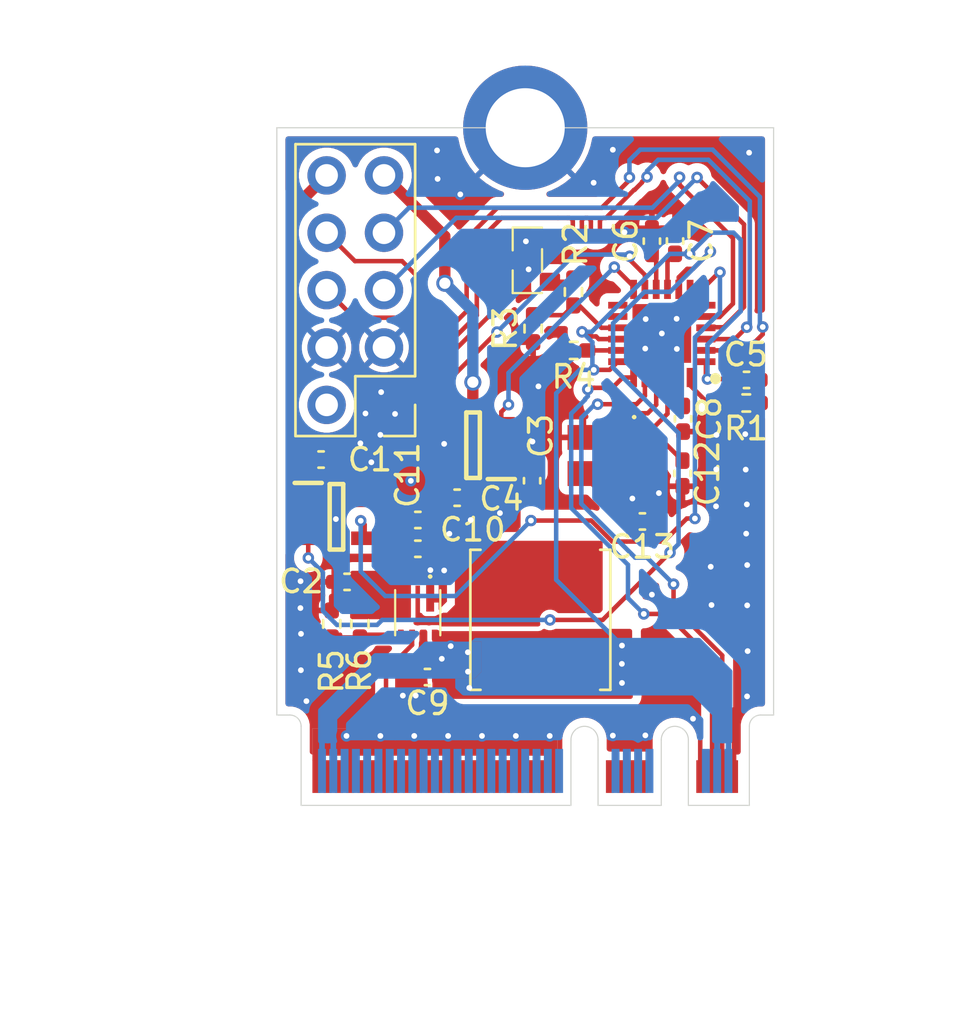
<source format=kicad_pcb>
(kicad_pcb (version 20241229) (generator "pcbnew") (generator_version "9.0")
  (layers (0 "F.Cu" signal) (2 "B.Cu" signal) (13 "F.Paste" user) (15 "B.Paste" user) (5 "F.SilkS" user "F.Silkscreen") (7 "B.SilkS" user "B.Silkscreen") (1 "F.Mask" user) (3 "B.Mask" user) (25 "Edge.Cuts" user))
  (net 0 "")
  (net 1 "VBUS_OUT_1")
  (net 2 "GND")
  (net 3 "+5V")
  (net 4 "VBUS_OUT_2")
  (net 5 "+3.3V")
  (net 6 "Net-(IC1-CRFILT)")
  (net 7 "Net-(IC1-PLLFILT)")
  (net 8 "XTAL1")
  (net 9 "XTAL2")
  (net 10 "Net-(IC1-SUSP_IND{slash}LOCAL_PWR{slash}(NON_REM0))")
  (net 11 "OC2")
  (net 12 "USB_D_UP+")
  (net 13 "USB_D_DN1+")
  (net 14 "Reset")
  (net 15 "USB_D_DN2+")
  (net 17 "USB_D_DN1-")
  (net 18 "USB_D_UP-")
  (net 20 "USB_D_DN2-")
  (net 22 "Net-(IC1-RBIAS)")
  (net 23 "Port2_EN")
  (net 24 "OC1")
  (net 25 "Port1_EN")
  (net 69 "Net-(PS1-SW)")
  (net 70 "Net-(PS1-FB)")
  (net 71 "Net-(U1-~Reset)")
  (footprint "Component Library:SOT95P280X145-5N" (layer "F.Cu") (at 146.515 85.66)
    (property "Reference" "IC2")
    (property "Value" "TPS2041CDBVT" (hide yes))
  )
  (footprint "Capacitor_SMD:C_0402_1005Metric_Pad0.74x0.62mm_HandSolder" (layer "F.Cu") (at 150.12 87.075 180)
    (property "Reference" "C10")
    (property "Value" "10uF")
  )
  (footprint "Inductor_SMD:L_Bourns_SRN6045TA" (layer "F.Cu") (at 155.545 90.22 90)
    (property "Reference" "L1")
    (property "Value" "1uH")
  )
  (footprint "Capacitor_SMD:C_0402_1005Metric_Pad0.74x0.62mm_HandSolder" (layer "F.Cu") (at 160.065 85.865)
    (property "Reference" "C13")
    (property "Value" "C_Small")
  )
  (footprint "Capacitor_SMD:C_0402_1005Metric_Pad0.74x0.62mm_HandSolder" (layer "F.Cu") (at 150.12 85.8 180)
    (property "Reference" "C11")
    (property "Value" "10uF")
  )
  (footprint "Resistor_SMD:R_0402_1005Metric_Pad0.72x0.64mm_HandSolder" (layer "F.Cu") (at 164.665 80.62)
    (property "Reference" "R1")
    (property "Value" "12kΩ")
  )
  (footprint "Resistor_SMD:R_0402_1005Metric_Pad0.72x0.64mm_HandSolder" (layer "F.Cu") (at 146.305 90.4025 90)
    (property "Reference" "R5")
    (property "Value" "100kΩ")
  )
  (footprint "Capacitor_SMD:C_0402_1005Metric_Pad0.74x0.62mm_HandSolder" (layer "F.Cu") (at 150.545 92.755 180)
    (property "Reference" "C9")
    (property "Value" "2.2uF")
  )
  (footprint "Component Library:TPS61022RWUR" (layer "F.Cu") (at 150.115 89.905 -90)
    (property "Reference" "PS1")
    (property "Value" "TPS61022RWUR" (hide yes))
  )
  (footprint "Component Library:USB 2.0 Front Header" (layer "F.Cu") (at 148.62 80.705 180)
    (property "Reference" "J2")
    (property "Value" "Conn_2Rows-09Pins")
  )
  (footprint "Component Library:NGFF_A+E" (layer "F.Cu") (at 154.875 98.435)
    (property "Reference" "J1")
    (property "Value" "M.2 Slot")
    (fp_line (start -11 -4) (end -10.425 -4) (stroke (width 0.05)) (layer "Edge.Cuts"))
    (fp_line (start -9.925 -3.5) (end -9.925 0) (stroke (width 0.05)) (layer "Edge.Cuts"))
    (fp_line (start -9.925 0) (end 2.025 0) (stroke (width 0.05)) (layer "Edge.Cuts"))
    (fp_line (start 2.025 0) (end 2.025 -2.9) (stroke (width 0.05)) (layer "Edge.Cuts"))
    (fp_line (start 3.225 -2.9) (end 3.225 0) (stroke (width 0.05)) (layer "Edge.Cuts"))
    (fp_line (start 3.225 0) (end 6.025 0) (stroke (width 0.05)) (layer "Edge.Cuts"))
    (fp_line (start 6.025 0) (end 6.025 -2.9) (stroke (width 0.05)) (layer "Edge.Cuts"))
    (fp_line (start 7.225 -2.9) (end 7.225 0) (stroke (width 0.05)) (layer "Edge.Cuts"))
    (fp_line (start 7.225 0) (end 9.925 0) (stroke (width 0.05)) (layer "Edge.Cuts"))
    (fp_line (start 9.925 0) (end 9.925 -3.5) (stroke (width 0.05)) (layer "Edge.Cuts"))
    (fp_line (start 10.425 -4) (end 11 -4) (stroke (width 0.05)) (layer "Edge.Cuts"))
    (fp_arc (start -10.425 -4) (mid -10.071447 -3.853553) (end -9.925 -3.5) (stroke (width 0.05)) (layer "Edge.Cuts"))
    (fp_arc (start 2.025 -2.9) (mid 2.625 -3.5) (end 3.225 -2.9) (stroke (width 0.05)) (layer "Edge.Cuts"))
    (fp_arc (start 6.025 -2.9) (mid 6.625 -3.5) (end 7.225 -2.9) (stroke (width 0.05)) (layer "Edge.Cuts"))
    (fp_arc (start 9.925 -3.5) (mid 10.071447 -3.853553) (end 10.425 -4) (stroke (width 0.05)) (layer "Edge.Cuts"))
  )
  (footprint "Capacitor_SMD:C_0402_1005Metric_Pad0.74x0.62mm_HandSolder" (layer "F.Cu") (at 160.485 73.455 90)
    (property "Reference" "C6")
    (property "Value" "1uF")
  )
  (footprint "Capacitor_SMD:C_0402_1005Metric_Pad0.74x0.62mm_HandSolder" (layer "F.Cu") (at 155.18 84.0625 90)
    (property "Reference" "C3")
    (property "Value" "10uF")
  )
  (footprint "Resistor_SMD:R_0402_1005Metric_Pad0.72x0.64mm_HandSolder" (layer "F.Cu") (at 157.01 75.705 -90)
    (property "Reference" "R2")
    (property "Value" "100kΩ")
  )
  (footprint "Capacitor_SMD:C_0402_1005Metric_Pad0.74x0.62mm_HandSolder" (layer "F.Cu") (at 161.84 83.74 90)
    (property "Reference" "C12")
    (property "Value" "C_Small")
  )
  (footprint "Resistor_SMD:R_0402_1005Metric_Pad0.72x0.64mm_HandSolder" (layer "F.Cu") (at 157.0225 78.295 180)
    (property "Reference" "R4")
    (property "Value" "100kΩ")
  )
  (footprint "Resistor_SMD:R_0402_1005Metric_Pad0.72x0.64mm_HandSolder" (layer "F.Cu") (at 155.225 77.33 -90)
    (property "Reference" "R3")
    (property "Value" "100kΩ")
  )
  (footprint "Component Library:APX809-SR" (layer "F.Cu") (at 154.97 74.305 180)
    (property "Reference" "U1")
    (property "Value" "APX809-46SRG-7")
  )
  (footprint "Capacitor_SMD:C_0402_1005Metric_Pad0.74x0.62mm_HandSolder" (layer "F.Cu") (at 161.51 73.45 -90)
    (property "Reference" "C7")
    (property "Value" "1uF")
  )
  (footprint "Component Library:RH10010000105050TR" (layer "F.Cu") (at 158.55 82.945 180)
    (property "Reference" "Y1")
    (property "Value" "RH100-24.000-9-1015-EXT-TR" (hide yes))
  )
  (footprint "Resistor_SMD:R_0402_1005Metric_Pad0.72x0.64mm_HandSolder" (layer "F.Cu") (at 147.555 90.4025 -90)
    (property "Reference" "R6")
    (property "Value" "732kΩ")
  )
  (footprint "Capacitor_SMD:C_0402_1005Metric_Pad0.74x0.62mm_HandSolder" (layer "F.Cu") (at 161.865 81.32 -90)
    (property "Reference" "C8")
    (property "Value" "100nF")
  )
  (footprint "Component Library:SOT95P280X145-5N" (layer "F.Cu") (at 152.565 82.49 180)
    (property "Reference" "IC3")
    (property "Value" "TPS2041CDBVT" (hide yes))
  )
  (footprint "Component Library:m.2 edge mount hole" (layer "F.Cu") (at 154.875 68.435)
    (property "Reference" "H1")
    (property "Value" "MountingHole_Pad")
  )
  (footprint "Capacitor_SMD:C_0402_1005Metric_Pad0.74x0.62mm_HandSolder" (layer "F.Cu") (at 146.985 88.54 180)
    (property "Reference" "C2")
    (property "Value" "100nF")
  )
  (footprint "Component Library:QFN50P400X400X100-25N-D" (layer "F.Cu") (at 160.925 77.5425 180)
    (property "Reference" "IC1")
    (property "Value" "USB2422T_MJ" (hide yes))
  )
  (footprint "Capacitor_SMD:C_0402_1005Metric_Pad0.74x0.62mm_HandSolder" (layer "F.Cu") (at 151.86 84.815)
    (property "Reference" "C4")
    (property "Value" "100nF")
  )
  (footprint "Capacitor_SMD:C_0402_1005Metric_Pad0.74x0.62mm_HandSolder" (layer "F.Cu") (at 164.675 79.6 180)
    (property "Reference" "C5")
    (property "Value" "100nF")
  )
  (footprint "Capacitor_SMD:C_0402_1005Metric_Pad0.74x0.62mm_HandSolder" (layer "F.Cu") (at 145.835 83.125 180)
    (property "Reference" "C1")
    (property "Value" "10uF")
  )
  (gr_line (start 165.875 68.435) (end 143.875 68.435) (stroke (width 0.05)) (layer "Edge.Cuts"))
  (gr_line (start 143.875 68.435) (end 143.875 94.435) (stroke (width 0.05)) (layer "Edge.Cuts"))
  (gr_line (start 165.875 94.435) (end 165.875 68.435) (stroke (width 0.05)) (layer "Edge.Cuts"))
  (segment (start 145.2675 82.6425) (end 144.59 81.965) (width 0.5) (layer "F.Cu") (net 1))
  (segment (start 145.2675 83.125) (end 145.2675 82.6425) (width 0.5) (layer "F.Cu") (net 1))
  (segment (start 145.265 84.71) (end 145.265 83.1275) (width 0.5) (layer "F.Cu") (net 1))
  (segment (start 144.59 81.965) (end 144.59 72.035) (width 0.5) (layer "F.Cu") (net 1))
  (segment (start 145.265 83.1275) (end 145.2675 83.125) (width 0.2) (layer "F.Cu") (net 1))
  (segment (start 144.59 72.035) (end 146.08 70.545) (width 0.5) (layer "F.Cu") (net 1))
  (segment (start 164.125 97.16) (end 164.125 94.185) (width 0.2) (layer "F.Cu") (net 2))
  (segment (start 164.125 94.185) (end 164.7 93.61) (width 0.2) (layer "F.Cu") (net 2))
  (segment (start 162.305788 94.599085) (end 162.539085 94.599085) (width 0.2) (layer "F.Cu") (net 2))
  (segment (start 162.625 94.685) (end 162.625 97.16) (width 0.2) (layer "F.Cu") (net 2))
  (segment (start 162.539085 94.599085) (end 162.625 94.685) (width 0.2) (layer "F.Cu") (net 2))
  (via (at 164.725 91.605) (size 0.508) (drill 0.254) (layers "F.Cu" "B.Cu") (net 2))
  (via (at 154.46 95.36) (size 0.508) (drill 0.254) (layers "F.Cu" "B.Cu") (net 2))
  (via (at 162.305788 94.599085) (size 0.508) (drill 0.254) (layers "F.Cu" "B.Cu") (net 2))
  (via (at 151.285 88.035) (size 0.508) (drill 0.254) (layers "F.Cu" "B.Cu") (net 2))
  (via (at 150.97 69.44) (size 0.508) (drill 0.254) (layers "F.Cu" "B.Cu") (net 2))
  (via (at 160.19 78.2125) (size 0.508) (drill 0.254) (layers "F.Cu" "B.Cu") (net 2))
  (via (at 163.09 87.87) (size 0.508) (drill 0.254) (layers "F.Cu" "B.Cu") (net 2))
  (via (at 152.46 85.8) (size 0.508) (drill 0.254) (layers "F.Cu" "B.Cu") (net 2))
  (via (at 148.06 83.245) (size 0.508) (drill 0.254) (layers "F.Cu" "B.Cu") (net 2))
  (via (at 161.58 76.8925) (size 0.508) (drill 0.254) (layers "F.Cu" "B.Cu") (net 2))
  (via (at 163.335 83.56) (size 0.508) (drill 0.254) (layers "F.Cu" "B.Cu") (net 2))
  (via (at 160.795 84.61) (size 0.508) (drill 0.254) (layers "F.Cu" "B.Cu") (net 2))
  (via (at 146.49 85.76) (size 0.508) (drill 0.254) (layers "F.Cu" "B.Cu") (net 2))
  (via (at 155.025 74.705) (size 0.508) (drill 0.254) (layers "F.Cu" "B.Cu") (net 2))
  (via (at 146.96 95.36) (size 0.508) (drill 0.254) (layers "F.Cu" "B.Cu") (net 2))
  (via (at 155.46 79.885) (size 0.508) (drill 0.254) (layers "F.Cu" "B.Cu") (net 2))
  (via (at 164.62 82) (size 0.508) (drill 0.254) (layers "F.Cu" "B.Cu") (net 2))
  (via (at 150.025 93.575) (size 0.508) (drill 0.254) (layers "F.Cu" "B.Cu") (net 2))
  (via (at 147.8 81.085) (size 0.508) (drill 0.254) (layers "F.Cu" "B.Cu") (net 2))
  (via (at 148.495 80.14) (size 0.508) (drill 0.254) (layers "F.Cu" "B.Cu") (net 2))
  (via (at 163.125 89.565) (size 0.508) (drill 0.254) (layers "F.Cu" "B.Cu") (net 2))
  (via (at 151.46 95.36) (size 0.508) (drill 0.254) (layers "F.Cu" "B.Cu") (net 2))
  (via (at 152 71.385) (size 0.508) (drill 0.254) (layers "F.Cu" "B.Cu") (net 2))
  (via (at 150.675 88.02) (size 0.508) (drill 0.254) (layers "F.Cu" "B.Cu") (net 2))
  (via (at 150.995 70.7) (size 0.508) (drill 0.254) (layers "F.Cu" "B.Cu") (net 2))
  (via (at 154.905 73.465) (size 0.508) (drill 0.254) (layers "F.Cu" "B.Cu") (net 2))
  (via (at 164.7 93.61) (size 0.508) (drill 0.254) (layers "F.Cu" "B.Cu") (net 2))
  (via (at 160.925 77.5425) (size 0.508) (drill 0.254) (layers "F.Cu" "B.Cu") (net 2))
  (via (at 160.485 89.105) (size 0.508) (drill 0.254) (layers "F.Cu" "B.Cu") (net 2))
  (via (at 164.79 69.54) (size 0.508) (drill 0.254) (layers "F.Cu" "B.Cu") (net 2))
  (via (at 148.46 82.03) (size 0.508) (drill 0.254) (layers "F.Cu" "B.Cu") (net 2))
  (via (at 149.455 93.575) (size 0.508) (drill 0.254) (layers "F.Cu" "B.Cu") (net 2))
  (via (at 151.515 86.41) (size 0.508) (drill 0.254) (layers "F.Cu" "B.Cu") (net 2))
  (via (at 158.755 95.345) (size 0.508) (drill 0.254) (layers "F.Cu" "B.Cu") (net 2))
  (via (at 155.195 82.33) (size 0.508) (drill 0.254) (layers "F.Cu" "B.Cu") (net 2))
  (via (at 144.945 90.84) (size 0.508) (drill 0.254) (layers "F.Cu" "B.Cu") (net 2))
  (via (at 151.285 82.43) (size 0.508) (drill 0.254) (layers "F.Cu" "B.Cu") (net 2))
  (via (at 160.195 95.335) (size 0.508) (drill 0.254) (layers "F.Cu" "B.Cu") (net 2))
  (via (at 144.92 89.7) (size 0.508) (drill 0.254) (layers "F.Cu" "B.Cu") (net 2))
  (via (at 160.21 76.9075) (size 0.508) (drill 0.254) (layers "F.Cu" "B.Cu") (net 2))
  (via (at 148.46 95.36) (size 0.508) (drill 0.254) (layers "F.Cu" "B.Cu") (net 2))
  (via (at 159.62 84.85) (size 0.508) (drill 0.254) (layers "F.Cu" "B.Cu") (net 2))
  (via (at 144.925 88.51) (size 0.508) (drill 0.254) (layers "F.Cu" "B.Cu") (net 2))
  (via (at 164.66 86.405) (size 0.508) (drill 0.254) (layers "F.Cu" "B.Cu") (net 2))
  (via (at 147.575 82.405) (size 0.508) (drill 0.254) (layers "F.Cu" "B.Cu") (net 2))
  (via (at 163.325 85.195) (size 0.508) (drill 0.254) (layers "F.Cu" "B.Cu") (net 2))
  (via (at 164.705 87.795) (size 0.508) (drill 0.254) (layers "F.Cu" "B.Cu") (net 2))
  (via (at 153.755 85.495) (size 0.508) (drill 0.254) (layers "F.Cu" "B.Cu") (net 2))
  (via (at 155.96 95.36) (size 0.508) (drill 0.254) (layers "F.Cu" "B.Cu") (net 2))
  (via (at 164.705 89.58) (size 0.508) (drill 0.254) (layers "F.Cu" "B.Cu") (net 2))
  (via (at 159.27 73.06) (size 0.508) (drill 0.254) (layers "F.Cu" "B.Cu") (net 2))
  (via (at 149.11 81.105) (size 0.508) (drill 0.254) (layers "F.Cu" "B.Cu") (net 2))
  (via (at 152.96 95.36) (size 0.508) (drill 0.254) (layers "F.Cu" "B.Cu") (net 2))
  (via (at 164.69 85.11) (size 0.508) (drill 0.254) (layers "F.Cu" "B.Cu") (net 2))
  (via (at 161.59 78.2275) (size 0.508) (drill 0.254) (layers "F.Cu" "B.Cu") (net 2))
  (via (at 157.905 70.87) (size 0.508) (drill 0.254) (layers "F.Cu" "B.Cu") (net 2))
  (via (at 164.64 83.57) (size 0.508) (drill 0.254) (layers "F.Cu" "B.Cu") (net 2))
  (via (at 144.94 92.45) (size 0.508) (drill 0.254) (layers "F.Cu" "B.Cu") (net 2))
  (via (at 145.185 93.82) (size 0.508) (drill 0.254) (layers "F.Cu" "B.Cu") (net 2))
  (via (at 163.345 82.035) (size 0.508) (drill 0.254) (layers "F.Cu" "B.Cu") (net 2))
  (via (at 158.755 69.41) (size 0.508) (drill 0.254) (layers "F.Cu" "B.Cu") (net 2))
  (via (at 149.96 95.36) (size 0.508) (drill 0.254) (layers "F.Cu" "B.Cu") (net 2))
  (segment (start 151.810298 78.23) (end 151.54 78.23) (width 0.2) (layer "F.Cu") (net 3))
  (segment (start 151.54 78.23) (end 149.81 79.96) (width 0.2) (layer "F.Cu") (net 3))
  (segment (start 153.97 74.305) (end 153.97 76.070298) (width 0.2) (layer "F.Cu") (net 3))
  (segment (start 153.97 76.070298) (end 151.810298 78.23) (width 0.2) (layer "F.Cu") (net 3))
  (segment (start 149.81 79.96) (end 149.81 84.065) (width 0.2) (layer "F.Cu") (net 3))
  (via (at 149.81 84.065) (size 0.508) (drill 0.254) (layers "F.Cu" "B.Cu") (net 3))
  (segment (start 151.315 75.32) (end 151.315 73.24) (width 0.5) (layer "F.Cu") (net 4))
  (segment (start 153.015 83.44) (end 153.815 83.44) (width 0.5) (layer "F.Cu") (net 4))
  (segment (start 155.125 83.44) (end 155.18 83.495) (width 0.2) (layer "F.Cu") (net 4))
  (segment (start 152.555 82.98) (end 153.015 83.44) (width 0.5) (layer "F.Cu") (net 4))
  (segment (start 153.815 83.44) (end 155.125 83.44) (width 0.5) (layer "F.Cu") (net 4))
  (segment (start 151.315 73.24) (end 148.62 70.545) (width 0.5) (layer "F.Cu") (net 4))
  (segment (start 152.555 79.7) (end 152.555 82.98) (width 0.5) (layer "F.Cu") (net 4))
  (via (at 152.555 79.7) (size 0.754) (drill 0.5) (layers "F.Cu" "B.Cu") (net 4))
  (via (at 151.315 75.32) (size 0.754) (drill 0.5) (layers "F.Cu" "B.Cu") (net 4))
  (segment (start 152.555 79.7) (end 152.555 76.56) (width 0.5) (layer "B.Cu") (net 4))
  (segment (start 152.555 76.56) (end 151.315 75.32) (width 0.5) (layer "B.Cu") (net 4))
  (segment (start 158.6125 79.155) (end 158.975 78.7925) (width 0.2) (layer "F.Cu") (net 5))
  (segment (start 157.39 77.47) (end 157.62 77.47) (width 0.2) (layer "F.Cu") (net 5))
  (segment (start 162.945 79.56) (end 164.0675 79.56) (width 0.2) (layer "F.Cu") (net 5))
  (segment (start 161.5125 74.02) (end 161.51 74.0175) (width 0.2) (layer "F.Cu") (net 5))
  (segment (start 148.71 93.75) (end 149.235 94.275) (width 0.2) (layer "F.Cu") (net 5))
  (segment (start 149.865 90.88) (end 149.865 91.332) (width 0.2) (layer "F.Cu") (net 5))
  (segment (start 162.155 74.02) (end 161.5125 74.02) (width 0.2) (layer "F.Cu") (net 5))
  (segment (start 157.62 77.47) (end 157.824 77.674) (width 0.2) (layer "F.Cu") (net 5))
  (segment (start 158.012886 77.674) (end 158.131386 77.7925) (width 0.2) (layer "F.Cu") (net 5))
  (segment (start 158.131386 77.7925) (end 158.975 77.7925) (width 0.2) (layer "F.Cu") (net 5))
  (segment (start 157.91 79.155) (end 158.6125 79.155) (width 0.2) (layer "F.Cu") (net 5))
  (segment (start 162.875 78.7925) (end 162.875 79.49) (width 0.2) (layer "F.Cu") (net 5))
  (segment (start 149.235 94.275) (end 150.435 94.275) (width 0.2) (layer "F.Cu") (net 5))
  (segment (start 161.175 74.3525) (end 161.51 74.0175) (width 0.2) (layer "F.Cu") (net 5))
  (segment (start 148.71 92.487) (end 148.71 93.75) (width 0.2) (layer "F.Cu") (net 5))
  (segment (start 151.1125 93.5975) (end 151.1125 92.755) (width 0.2) (layer "F.Cu") (net 5))
  (segment (start 161.175 75.5925) (end 161.175 74.3525) (width 0.2) (layer "F.Cu") (net 5))
  (segment (start 149.865 91.332) (end 148.71 92.487) (width 0.2) (layer "F.Cu") (net 5))
  (segment (start 164.0675 79.56) (end 164.1075 79.6) (width 0.2) (layer "F.Cu") (net 5))
  (segment (start 162.875 79.49) (end 162.945 79.56) (width 0.2) (layer "F.Cu") (net 5))
  (segment (start 150.435 94.275) (end 151.1125 93.5975) (width 0.2) (layer "F.Cu") (net 5))
  (segment (start 157.824 77.674) (end 158.012886 77.674) (width 0.2) (layer "F.Cu") (net 5))
  (via (at 157.39 77.47) (size 0.508) (drill 0.254) (layers "F.Cu" "B.Cu") (net 5))
  (via (at 159.16 93.015) (size 0.508) (drill 0.254) (layers "F.Cu" "B.Cu") (net 5))
  (via (at 152.335 91.655) (size 0.508) (drill 0.254) (layers "F.Cu" "B.Cu") (net 5))
  (via (at 151.575 91.385) (size 0.508) (drill 0.254) (layers "F.Cu" "B.Cu") (net 5))
  (via (at 162.945 79.56) (size 0.508) (drill 0.254) (layers "F.Cu" "B.Cu") (net 5))
  (via (at 159.16 91.36) (size 0.508) (drill 0.254) (layers "F.Cu" "B.Cu") (net 5))
  (via (at 152.34 92.515) (size 0.508) (drill 0.254) (layers "F.Cu" "B.Cu") (net 5))
  (via (at 152.397729 93.231701) (size 0.508) (drill 0.254) (layers "F.Cu" "B.Cu") (net 5))
  (via (at 151.18 91.945) (size 0.508) (drill 0.254) (layers "F.Cu" "B.Cu") (net 5))
  (via (at 159.155 92.17) (size 0.508) (drill 0.254) (layers "F.Cu" "B.Cu") (net 5))
  (via (at 162.155 74.02) (size 0.508) (drill 0.254) (layers "F.Cu" "B.Cu") (net 5))
  (via (at 157.91 79.155) (size 0.508) (drill 0.254) (layers "F.Cu" "B.Cu") (net 5))
  (segment (start 157.85 79.095) (end 157.91 79.155) (width 0.2) (layer "B.Cu") (net 5))
  (segment (start 162.155 74.02) (end 163.095 73.08) (width 0.2) (layer "B.Cu") (net 5))
  (segment (start 157.39 77.47) (end 157.85 77.93) (width 0.2) (layer "B.Cu") (net 5))
  (segment (start 164.1 73.08) (end 164.417999 73.397999) (width 0.2) (layer "B.Cu") (net 5))
  (segment (start 161.27 74.02) (end 162.155 74.02) (width 0.2) (layer "B.Cu") (net 5))
  (segment (start 164.417999 73.397999) (end 164.417999 76.562001) (width 0.2) (layer "B.Cu") (net 5))
  (segment (start 156.245 80.195) (end 157.285 79.155) (width 0.2) (layer "B.Cu") (net 5))
  (segment (start 163.095 73.08) (end 164.1 73.08) (width 0.2) (layer "B.Cu") (net 5))
  (segment (start 157.285 79.155) (end 157.91 79.155) (width 0.2) (layer "B.Cu") (net 5))
  (segment (start 159.16 91.36) (end 156.245 88.445) (width 0.2) (layer "B.Cu") (net 5))
  (segment (start 157.85 77.93) (end 157.85 79.095) (width 0.2) (layer "B.Cu") (net 5))
  (segment (start 157.39 77.47) (end 157.82 77.47) (width 0.2) (layer "B.Cu") (net 5))
  (segment (start 157.82 77.47) (end 161.27 74.02) (width 0.2) (layer "B.Cu") (net 5))
  (segment (start 162.945 78.035) (end 162.945 79.56) (width 0.2) (layer "B.Cu") (net 5))
  (segment (start 164.417999 76.562001) (end 162.945 78.035) (width 0.2) (layer "B.Cu") (net 5))
  (segment (start 156.245 88.445) (end 156.245 80.195) (width 0.2) (layer "B.Cu") (net 5))
  (segment (start 160.675 75.5925) (end 160.675 74.2125) (width 0.2) (layer "F.Cu") (net 6))
  (segment (start 160.675 74.2125) (end 160.485 74.0225) (width 0.2) (layer "F.Cu") (net 6))
  (segment (start 161.675 79.4925) (end 161.675 80.5625) (width 0.2) (layer "F.Cu") (net 7))
  (segment (start 161.675 80.5625) (end 161.865 80.7525) (width 0.2) (layer "F.Cu") (net 7))
  (segment (start 159.65 82.145) (end 160.125 82.145) (width 0.2) (layer "F.Cu") (net 8))
  (segment (start 160.8125 82.145) (end 161.84 83.1725) (width 0.2) (layer "F.Cu") (net 8))
  (segment (start 159.65 82.145) (end 160.8125 82.145) (width 0.2) (layer "F.Cu") (net 8))
  (segment (start 160.125 82.145) (end 161.175 81.095) (width 0.2) (layer "F.Cu") (net 8))
  (segment (start 161.175 81.095) (end 161.175 79.4925) (width 0.2) (layer "F.Cu") (net 8))
  (segment (start 157.45 83.8175) (end 159.4975 85.865) (width 0.2) (layer "F.Cu") (net 9))
  (segment (start 158.868 81.075) (end 158.56 81.383) (width 0.2) (layer "F.Cu") (net 9))
  (segment (start 160.675 79.4925) (end 160.675 80.7) (width 0.2) (layer "F.Cu") (net 9))
  (segment (start 158.56 82.887) (end 157.702 83.745) (width 0.2) (layer "F.Cu") (net 9))
  (segment (start 160.675 80.7) (end 160.3 81.075) (width 0.2) (layer "F.Cu") (net 9))
  (segment (start 158.56 81.383) (end 158.56 82.887) (width 0.2) (layer "F.Cu") (net 9))
  (segment (start 157.45 83.745) (end 157.45 83.8175) (width 0.2) (layer "F.Cu") (net 9))
  (segment (start 160.3 81.075) (end 158.868 81.075) (width 0.2) (layer "F.Cu") (net 9))
  (segment (start 157.702 83.745) (end 157.45 83.745) (width 0.2) (layer "F.Cu") (net 9))
  (segment (start 158.975 78.2925) (end 157.6225 78.2925) (width 0.2) (layer "F.Cu") (net 10))
  (segment (start 157.6225 78.2925) (end 157.62 78.295) (width 0.2) (layer "F.Cu") (net 10))
  (segment (start 153.815 81.54) (end 153.815 81.015) (width 0.2) (layer "F.Cu") (net 11))
  (segment (start 153.815 81.015) (end 154.135 80.695) (width 0.2) (layer "F.Cu") (net 11))
  (segment (start 159.675 75.5925) (end 159.675 75.46) (width 0.2) (layer "F.Cu") (net 11))
  (segment (start 159.675 75.46) (end 158.82 74.605) (width 0.2) (layer "F.Cu") (net 11))
  (via (at 154.135 80.695) (size 0.508) (drill 0.254) (layers "F.Cu" "B.Cu") (net 11))
  (via (at 158.82 74.605) (size 0.508) (drill 0.254) (layers "F.Cu" "B.Cu") (net 11))
  (segment (start 158.82 74.605) (end 154.135 79.29) (width 0.2) (layer "B.Cu") (net 11))
  (segment (start 154.135 79.29) (end 154.135 80.695) (width 0.2) (layer "B.Cu") (net 11))
  (segment (start 159.14 80.674) (end 158.081 80.674) (width 0.2) (layer "F.Cu") (net 12))
  (segment (start 163.6 91.796802) (end 161.444099 89.640901) (width 0.2) (layer "F.Cu") (net 12))
  (segment (start 163.625 96.072499) (end 163.6 96.047499) (width 0.2) (layer "F.Cu") (net 12))
  (segment (start 160.175 79.4925) (end 160.175 80.3) (width 0.2) (layer "F.Cu") (net 12))
  (segment (start 163.625 97.16) (end 163.625 96.072499) (width 0.2) (layer "F.Cu") (net 12))
  (segment (start 161.444099 89.640901) (end 161.444099 88.640901) (width 0.2) (layer "F.Cu") (net 12))
  (segment (start 160.175 80.3) (end 159.801 80.674) (width 0.2) (layer "F.Cu") (net 12))
  (segment (start 163.6 96.047499) (end 163.6 91.796802) (width 0.2) (layer "F.Cu") (net 12))
  (segment (start 159.801 80.674) (end 159.14 80.674) (width 0.2) (layer "F.Cu") (net 12))
  (via (at 158.081 80.674) (size 0.508) (drill 0.254) (layers "F.Cu" "B.Cu") (net 12))
  (via (at 161.444099 88.640901) (size 0.508) (drill 0.254) (layers "F.Cu" "B.Cu") (net 12))
  (segment (start 158.081 80.674) (end 157.963199 80.674) (width 0.2) (layer "B.Cu") (net 12))
  (segment (start 157.36 85.081802) (end 159.744099 87.465901) (width 0.2) (layer "B.Cu") (net 12))
  (segment (start 160.269099 87.465901) (end 161.444099 88.640901) (width 0.2) (layer "B.Cu") (net 12))
  (segment (start 157.963199 80.674) (end 157.36 81.277199) (width 0.2) (layer "B.Cu") (net 12))
  (segment (start 157.36 81.277199) (end 157.36 85.081802) (width 0.2) (layer "B.Cu") (net 12))
  (segment (start 159.744099 87.465901) (end 160.269099 87.465901) (width 0.2) (layer "B.Cu") (net 12))
  (segment (start 157.62304 72.43) (end 157.54304 72.43) (width 0.2) (layer "F.Cu") (net 13))
  (segment (start 164.1575 77.7925) (end 164.685 77.265) (width 0.2) (layer "F.Cu") (net 13))
  (segment (start 152.73 76.743198) (end 151.798198 77.675) (width 0.2) (layer "F.Cu") (net 13))
  (segment (start 147.3 76.845) (end 146.08 75.625) (width 0.2) (layer "F.Cu") (net 13))
  (segment (start 159.719889 71.185) (end 159.695 71.185) (width 0.2) (layer "F.Cu") (net 13))
  (segment (start 157.22304 73.35) (end 157.14304 73.35) (width 0.2) (layer "F.Cu") (net 13))
  (segment (start 156.74304 72.43) (end 156.325 72.43) (width 0.2) (layer "F.Cu") (net 13))
  (segment (start 158.02304 73.35) (end 157.94304 73.35) (width 0.2) (layer "F.Cu") (net 13))
  (segment (start 156.325 72.43) (end 153.828198 72.43) (width 0.2) (layer "F.Cu") (net 13))
  (segment (start 158.18304 72.59) (end 158.18304 73.19) (width 0.2) (layer "F.Cu") (net 13))
  (segment (start 158.45 72.43) (end 158.34304 72.43) (width 0.2) (layer "F.Cu") (net 13))
  (segment (start 160.045 70.835) (end 160.045 70.859889) (width 0.2) (layer "F.Cu") (net 13))
  (segment (start 152.73 73.528198) (end 152.73 76.743198) (width 0.2) (layer "F.Cu") (net 13))
  (segment (start 157.78304 73.19) (end 157.78304 72.59) (width 0.2) (layer "F.Cu") (net 13))
  (segment (start 156.82304 72.43) (end 156.74304 72.43) (width 0.2) (layer "F.Cu") (net 13))
  (segment (start 149.29 76.845) (end 147.3 76.845) (width 0.2) (layer "F.Cu") (net 13))
  (segment (start 156.98304 73.19) (end 156.98304 72.59) (width 0.2) (layer "F.Cu") (net 13))
  (segment (start 153.828198 72.43) (end 152.73 73.528198) (width 0.2) (layer "F.Cu") (net 13))
  (segment (start 151.798198 77.675) (end 150.12 77.675) (width 0.2) (layer "F.Cu") (net 13))
  (segment (start 159.695 71.185) (end 158.45 72.43) (width 0.2) (layer "F.Cu") (net 13))
  (segment (start 160.045 70.859889) (end 159.719889 71.185) (width 0.2) (layer "F.Cu") (net 13))
  (segment (start 157.38304 72.59) (end 157.38304 73.19) (width 0.2) (layer "F.Cu") (net 13))
  (segment (start 160.27 70.61) (end 160.045 70.835) (width 0.2) (layer "F.Cu") (net 13))
  (segment (start 150.12 77.675) (end 149.29 76.845) (width 0.2) (layer "F.Cu") (net 13))
  (segment (start 162.875 77.7925) (end 164.1575 77.7925) (width 0.2) (layer "F.Cu") (net 13))
  (via (at 164.685 77.265) (size 0.508) (drill 0.254) (layers "F.Cu" "B.Cu") (net 13))
  (via (at 160.27 70.61) (size 0.508) (drill 0.254) (layers "F.Cu" "B.Cu") (net 13))
  (arc (start 157.38304 73.19) (mid 157.336177 73.303137) (end 157.22304 73.35) (width 0.2) (layer "F.Cu") (net 13))
  (arc (start 158.18304 73.19) (mid 158.136177 73.303137) (end 158.02304 73.35) (width 0.2) (layer "F.Cu") (net 13))
  (arc (start 158.34304 72.43) (mid 158.229903 72.476863) (end 158.18304 72.59) (width 0.2) (layer "F.Cu") (net 13))
  (arc (start 157.94304 73.35) (mid 157.829903 73.303137) (end 157.78304 73.19) (width 0.2) (layer "F.Cu") (net 13))
  (arc (start 157.14304 73.35) (mid 157.029903 73.303137) (end 156.98304 73.19) (width 0.2) (layer "F.Cu") (net 13))
  (arc (start 157.54304 72.43) (mid 157.429903 72.476863) (end 157.38304 72.59) (width 0.2) (layer "F.Cu") (net 13))
  (arc (start 156.98304 72.59) (mid 156.936177 72.476863) (end 156.82304 72.43) (width 0.2) (layer "F.Cu") (net 13))
  (arc (start 157.78304 72.59) (mid 157.736177 72.476863) (end 157.62304 72.43) (width 0.2) (layer "F.Cu") (net 13))
  (segment (start 160.27 70.35) (end 160.27 70.61) (width 0.2) (layer "B.Cu") (net 13))
  (segment (start 164.685 77.265) (end 164.818999 77.131001) (width 0.2) (layer "B.Cu") (net 13))
  (segment (start 162.987619 69.855) (end 160.765 69.855) (width 0.2) (layer "B.Cu") (net 13))
  (segment (start 164.818999 71.68638) (end 162.987619 69.855) (width 0.2) (layer "B.Cu") (net 13))
  (segment (start 160.765 69.855) (end 160.27 70.35) (width 0.2) (layer "B.Cu") (net 13))
  (segment (start 164.818999 77.131001) (end 164.818999 71.68638) (width 0.2) (layer "B.Cu") (net 13))
  (segment (start 156.58 76.7325) (end 157.01 76.3025) (width 0.2) (layer "F.Cu") (net 14))
  (segment (start 155.225 76.7325) (end 156.58 76.7325) (width 0.2) (layer "F.Cu") (net 14))
  (segment (start 158.975 77.2925) (end 158.2525 77.2925) (width 0.2) (layer "F.Cu") (net 14))
  (segment (start 157.01 76.3025) (end 157.2625 76.3025) (width 0.2) (layer "F.Cu") (net 14))
  (segment (start 157.2625 76.3025) (end 158.2525 77.2925) (width 0.2) (layer "F.Cu") (net 14))
  (segment (start 161.709587 70.959587) (end 164.075 73.325) (width 0.2) (layer "F.Cu") (net 15))
  (segment (start 163.175 76.8175) (end 163.15 76.7925) (width 0.2) (layer "F.Cu") (net 15))
  (segment (start 164.075 73.325) (end 164.075 76.221802) (width 0.2) (layer "F.Cu") (net 15))
  (segment (start 163.15 76.7925) (end 162.875 76.7925) (width 0.2) (layer "F.Cu") (net 15))
  (segment (start 161.71 70.625) (end 161.709587 70.625413) (width 0.2) (layer "F.Cu") (net 15))
  (segment (start 163.479302 76.8175) (end 163.175 76.8175) (width 0.2) (layer "F.Cu") (net 15))
  (segment (start 161.709587 70.625413) (end 161.709587 70.959587) (width 0.2) (layer "F.Cu") (net 15))
  (segment (start 164.075 76.221802) (end 163.479302 76.8175) (width 0.2) (layer "F.Cu") (net 15))
  (via (at 161.71 70.625) (size 0.508) (drill 0.254) (layers "F.Cu" "B.Cu") (net 15))
  (segment (start 148.62 73.085) (end 149.73 71.975) (width 0.2) (layer "B.Cu") (net 15))
  (segment (start 161.71 70.625) (end 161.71 70.775915) (width 0.2) (layer "B.Cu") (net 15))
  (segment (start 160.510915 71.975) (end 152.276802 71.975) (width 0.2) (layer "B.Cu") (net 15))
  (segment (start 161.71 70.775915) (end 160.510915 71.975) (width 0.2) (layer "B.Cu") (net 15))
  (segment (start 149.73 71.975) (end 152.276802 71.975) (width 0.2) (layer "B.Cu") (net 15))
  (segment (start 147.335 74.34) (end 146.08 73.085) (width 0.2) (layer "F.Cu") (net 17))
  (segment (start 150.675 77.225) (end 150.055 76.605) (width 0.2) (layer "F.Cu") (net 17))
  (segment (start 159.49 70.63) (end 159.49 70.753603) (width 0.2) (layer "F.Cu") (net 17))
  (segment (start 152.28 76.556802) (end 151.611802 77.225) (width 0.2) (layer "F.Cu") (net 17))
  (segment (start 150.055 76.605) (end 150.055 74.975) (width 0.2) (layer "F.Cu") (net 17))
  (segment (start 159.49 70.753603) (end 158.263603 71.98) (width 0.2) (layer "F.Cu") (net 17))
  (segment (start 153.641802 71.98) (end 152.28 73.341802) (width 0.2) (layer "F.Cu") (net 17))
  (segment (start 165.393 77.577) (end 165.393 77.255) (width 0.2) (layer "F.Cu") (net 17))
  (segment (start 158.263603 71.98) (end 153.641802 71.98) (width 0.2) (layer "F.Cu") (net 17))
  (segment (start 149.42 74.34) (end 147.335 74.34) (width 0.2) (layer "F.Cu") (net 17))
  (segment (start 162.875 78.2925) (end 164.6775 78.2925) (width 0.2) (layer "F.Cu") (net 17))
  (segment (start 165.05 77.92) (end 165.393 77.577) (width 0.2) (layer "F.Cu") (net 17))
  (segment (start 151.611802 77.225) (end 150.675 77.225) (width 0.2) (layer "F.Cu") (net 17))
  (segment (start 150.055 74.975) (end 149.42 74.34) (width 0.2) (layer "F.Cu") (net 17))
  (segment (start 152.28 73.341802) (end 152.28 76.556802) (width 0.2) (layer "F.Cu") (net 17))
  (segment (start 164.6775 78.2925) (end 165.05 77.92) (width 0.2) (layer "F.Cu") (net 17))
  (via (at 165.393 77.255) (size 0.508) (drill 0.254) (layers "F.Cu" "B.Cu") (net 17))
  (via (at 159.49 70.63) (size 0.508) (drill 0.254) (layers "F.Cu" "B.Cu") (net 17))
  (segment (start 159.49 69.875) (end 159.49 70.63) (width 0.2) (layer "B.Cu") (net 17))
  (segment (start 163.174015 69.405) (end 159.965 69.405) (width 0.2) (layer "B.Cu") (net 17))
  (segment (start 159.965 69.405) (end 159.74 69.63) (width 0.2) (layer "B.Cu") (net 17))
  (segment (start 165.269001 71.499986) (end 163.174015 69.405) (width 0.2) (layer "B.Cu") (net 17))
  (segment (start 159.74 69.63) (end 159.735 69.63) (width 0.2) (layer "B.Cu") (net 17))
  (segment (start 165.393 77.255) (end 165.269001 77.131001) (width 0.2) (layer "B.Cu") (net 17))
  (segment (start 165.269001 77.131001) (end 165.269001 71.499986) (width 0.2) (layer "B.Cu") (net 17))
  (segment (start 159.735 69.63) (end 159.49 69.875) (width 0.2) (layer "B.Cu") (net 17))
  (segment (start 157.935 79.95) (end 157.715 79.95) (width 0.2) (layer "F.Cu") (net 18))
  (segment (start 163.15 91.983198) (end 161.125901 89.959099) (width 0.2) (layer "F.Cu") (net 18))
  (segment (start 159.1925 79.4925) (end 158.755 79.93) (width 0.2) (layer "F.Cu") (net 18))
  (segment (start 163.125 97.16) (end 163.125 96.072499) (width 0.2) (layer "F.Cu") (net 18))
  (segment (start 157.715 79.95) (end 157.645 80.02) (width 0.2) (layer "F.Cu") (net 18))
  (segment (start 158.755 79.93) (end 158.735 79.95) (width 0.2) (layer "F.Cu") (net 18))
  (segment (start 161.125901 89.959099) (end 160.125901 89.959099) (width 0.2) (layer "F.Cu") (net 18))
  (segment (start 159.675 79.4925) (end 159.1925 79.4925) (width 0.2) (layer "F.Cu") (net 18))
  (segment (start 163.15 96.047499) (end 163.15 91.983198) (width 0.2) (layer "F.Cu") (net 18))
  (segment (start 158.735 79.95) (end 157.935 79.95) (width 0.2) (layer "F.Cu") (net 18))
  (segment (start 163.125 96.072499) (end 163.15 96.047499) (width 0.2) (layer "F.Cu") (net 18))
  (via (at 157.645 80.02) (size 0.508) (drill 0.254) (layers "F.Cu" "B.Cu") (net 18))
  (via (at 160.125901 89.959099) (size 0.508) (drill 0.254) (layers "F.Cu" "B.Cu") (net 18))
  (segment (start 157.645 80.02) (end 157.645 80.325111) (width 0.2) (layer "B.Cu") (net 18))
  (segment (start 157.645 80.325111) (end 157.526 80.444111) (width 0.2) (layer "B.Cu") (net 18))
  (segment (start 159.425901 89.259099) (end 160.125901 89.959099) (width 0.2) (layer "B.Cu") (net 18))
  (segment (start 156.91 81.090801) (end 156.91 85.268198) (width 0.2) (layer "B.Cu") (net 18))
  (segment (start 157.526 80.474801) (end 156.91 81.090801) (width 0.2) (layer "B.Cu") (net 18))
  (segment (start 157.526 80.444111) (end 157.526 80.474801) (width 0.2) (layer "B.Cu") (net 18))
  (segment (start 156.91 85.268198) (end 159.425901 87.784099) (width 0.2) (layer "B.Cu") (net 18))
  (segment (start 159.425901 87.784099) (end 159.425901 89.259099) (width 0.2) (layer "B.Cu") (net 18))
  (segment (start 164.565 76.368198) (end 163.665698 77.2675) (width 0.2) (layer "F.Cu") (net 20))
  (segment (start 163.665698 77.2675) (end 163.175 77.2675) (width 0.2) (layer "F.Cu") (net 20))
  (segment (start 163.175 77.2675) (end 163.15 77.2925) (width 0.2) (layer "F.Cu") (net 20))
  (segment (start 162.486156 70.636156) (end 164.565 72.715) (width 0.2) (layer "F.Cu") (net 20))
  (segment (start 164.565 72.715) (end 164.565 76.368198) (width 0.2) (layer "F.Cu") (net 20))
  (segment (start 163.15 77.2925) (end 162.875 77.2925) (width 0.2) (layer "F.Cu") (net 20))
  (via (at 162.486156 70.636156) (size 0.508) (drill 0.254) (layers "F.Cu" "B.Cu") (net 20))
  (segment (start 160.697312 72.425) (end 152.463198 72.425) (width 0.2) (layer "B.Cu") (net 20))
  (segment (start 148.62 75.625) (end 151.82 72.425) (width 0.2) (layer "B.Cu") (net 20))
  (segment (start 151.82 72.425) (end 152.463198 72.425) (width 0.2) (layer "B.Cu") (net 20))
  (segment (start 162.486156 70.636156) (end 160.697312 72.425) (width 0.2) (layer "B.Cu") (net 20))
  (segment (start 162.955 80.615) (end 162.175 79.835) (width 0.2) (layer "F.Cu") (net 22))
  (segment (start 162.175 79.835) (end 162.175 79.4925) (width 0.2) (layer "F.Cu") (net 22))
  (segment (start 163.9975 80.615) (end 162.955 80.615) (width 0.2) (layer "F.Cu") (net 22))
  (segment (start 151.315 79.79) (end 153.625 77.48) (width 0.2) (layer "F.Cu") (net 23))
  (segment (start 160.175 75.5925) (end 160.175 74.95) (width 0.2) (layer "F.Cu") (net 23))
  (segment (start 153.625 77.48) (end 153.515 77.59) (width 0.2) (layer "F.Cu") (net 23))
  (segment (start 159.5 74.275) (end 159.5 74.125) (width 0.2) (layer "F.Cu") (net 23))
  (segment (start 159.995 74.77) (end 159.5 74.275) (width 0.2) (layer "F.Cu") (net 23))
  (segment (start 160.175 74.95) (end 159.995 74.77) (width 0.2) (layer "F.Cu") (net 23))
  (segment (start 151.315 81.54) (end 151.315 79.79) (width 0.2) (layer "F.Cu") (net 23))
  (via (at 153.625 77.48) (size 0.508) (drill 0.254) (layers "F.Cu" "B.Cu") (net 23))
  (via (at 159.5 74.125) (size 0.508) (drill 0.254) (layers "F.Cu" "B.Cu") (net 23))
  (segment (start 153.625 77.48) (end 157.055 74.05) (width 0.2) (layer "B.Cu") (net 23))
  (segment (start 157.055 74.05) (end 159.425 74.05) (width 0.2) (layer "B.Cu") (net 23))
  (segment (start 159.425 74.05) (end 159.5 74.125) (width 0.2) (layer "B.Cu") (net 23))
  (segment (start 161.2875 87.2425) (end 158.305 90.225) (width 0.2) (layer "F.Cu") (net 24))
  (segment (start 145.265 86.61) (end 145.265 87.475) (width 0.2) (layer "F.Cu") (net 24))
  (segment (start 161.675 75.055) (end 162.045 74.685) (width 0.2) (layer "F.Cu") (net 24))
  (segment (start 158.305 90.225) (end 155.97 90.225) (width 0.2) (layer "F.Cu") (net 24))
  (segment (start 162.045 74.685) (end 162.305 74.685) (width 0.2) (layer "F.Cu") (net 24))
  (segment (start 162.305 74.685) (end 163.075 73.915) (width 0.2) (layer "F.Cu") (net 24))
  (segment (start 161.675 75.5925) (end 161.675 75.055) (width 0.2) (layer "F.Cu") (net 24))
  (segment (start 145.265 87.475) (end 145.27 87.48) (width 0.2) (layer "F.Cu") (net 24))
  (via (at 145.27 87.48) (size 0.508) (drill 0.254) (layers "F.Cu" "B.Cu") (net 24))
  (via (at 161.2875 87.2425) (size 0.508) (drill 0.254) (layers "F.Cu" "B.Cu") (net 24))
  (via (at 155.97 90.225) (size 0.508) (drill 0.254) (layers "F.Cu" "B.Cu") (net 24))
  (via (at 163.075 73.915) (size 0.508) (drill 0.254) (layers "F.Cu" "B.Cu") (net 24))
  (segment (start 160.1571 75.7) (end 161.29 75.7) (width 0.2) (layer "B.Cu") (net 24))
  (segment (start 158.765 79.055) (end 158.765 77.0921) (width 0.2) (layer "B.Cu") (net 24))
  (segment (start 151.585 90.225) (end 155.97 90.225) (width 0.2) (layer "B.Cu") (net 24))
  (segment (start 146.535 90.445) (end 148.32 90.445) (width 0.2) (layer "B.Cu") (net 24))
  (segment (start 161.2875 87.2425) (end 161.665 86.865) (width 0.2) (layer "B.Cu") (net 24))
  (segment (start 145.915 88.125) (end 145.915 89.825) (width 0.2) (layer "B.Cu") (net 24))
  (segment (start 161.29 75.7) (end 163.075 73.915) (width 0.2) (layer "B.Cu") (net 24))
  (segment (start 145.27 87.48) (end 145.915 88.125) (width 0.2) (layer "B.Cu") (net 24))
  (segment (start 145.915 89.825) (end 146.535 90.445) (width 0.2) (layer "B.Cu") (net 24))
  (segment (start 148.32 90.445) (end 148.54 90.225) (width 0.2) (layer "B.Cu") (net 24))
  (segment (start 148.54 90.225) (end 151.585 90.225) (width 0.2) (layer "B.Cu") (net 24))
  (segment (start 161.665 81.955) (end 158.765 79.055) (width 0.2) (layer "B.Cu") (net 24))
  (segment (start 158.765 77.0921) (end 160.1571 75.7) (width 0.2) (layer "B.Cu") (net 24))
  (segment (start 161.665 86.865) (end 161.665 81.955) (width 0.2) (layer "B.Cu") (net 24))
  (segment (start 147.765 86.01) (end 147.59 85.835) (width 0.2) (layer "F.Cu") (net 25))
  (segment (start 147.765 86.61) (end 147.765 86.01) (width 0.2) (layer "F.Cu") (net 25))
  (segment (start 157.795 85.825) (end 155.13 85.825) (width 0.2) (layer "F.Cu") (net 25))
  (segment (start 158.725 86.755) (end 157.87 85.9) (width 0.2) (layer "F.Cu") (net 25))
  (segment (start 159.375 86.755) (end 158.725 86.755) (width 0.2) (layer "F.Cu") (net 25))
  (segment (start 161.01 86.755) (end 159.375 86.755) (width 0.2) (layer "F.Cu") (net 25))
  (segment (start 163.499 74.834064) (end 163.460936 74.834064) (width 0.2) (layer "F.Cu") (net 25))
  (segment (start 162.03 85.735) (end 161.04 86.725) (width 0.2) (layer "F.Cu") (net 25))
  (segment (start 163.460936 74.834064) (end 162.7025 75.5925) (width 0.2) (layer "F.Cu") (net 25))
  (segment (start 162.7025 75.5925) (end 162.175 75.5925) (width 0.2) (layer "F.Cu") (net 25))
  (segment (start 162.39 85.735) (end 162.03 85.735) (width 0.2) (layer "F.Cu") (net 25))
  (segment (start 157.87 85.9) (end 157.795 85.825) (width 0.2) (layer "F.Cu") (net 25))
  (segment (start 161.04 86.725) (end 161.01 86.755) (width 0.2) (layer "F.Cu") (net 25))
  (segment (start 162.175 75.5925) (end 162.175 75.5) (width 0.2) (layer "F.Cu") (net 25))
  (via (at 155.13 85.825) (size 0.508) (drill 0.254) (layers "F.Cu" "B.Cu") (net 25))
  (via (at 163.499 74.834064) (size 0.508) (drill 0.254) (layers "F.Cu" "B.Cu") (net 25))
  (via (at 147.59 85.835) (size 0.508) (drill 0.254) (layers "F.Cu" "B.Cu") (net 25))
  (via (at 162.39 85.735) (size 0.508) (drill 0.254) (layers "F.Cu" "B.Cu") (net 25))
  (segment (start 162.39 77.72) (end 163.499 76.611) (width 0.2) (layer "B.Cu") (net 25))
  (segment (start 151.79 89.165) (end 155.13 85.825) (width 0.2) (layer "B.Cu") (net 25))
  (segment (start 163.499 76.611) (end 163.499 74.834064) (width 0.2) (layer "B.Cu") (net 25))
  (segment (start 147.59 85.835) (end 147.59 88.08) (width 0.2) (layer "B.Cu") (net 25))
  (segment (start 147.59 88.08) (end 148.675 89.165) (width 0.2) (layer "B.Cu") (net 25))
  (segment (start 162.39 85.735) (end 162.39 77.72) (width 0.2) (layer "B.Cu") (net 25))
  (segment (start 148.675 89.165) (end 151.79 89.165) (width 0.2) (layer "B.Cu") (net 25))
  (segment (start 146.305 91) (end 147.555 91) (width 0.2) (layer "F.Cu") (net 70))
  (segment (start 146.675 90.88) (end 146.555 91) (width 0.2) (layer "F.Cu") (net 70))
  (segment (start 149.365 90.88) (end 147.675 90.88) (width 0.2) (layer "F.Cu") (net 70))
  (segment (start 156.8625 75.255) (end 157.01 75.1075) (width 0.2) (layer "F.Cu") (net 71))
  (segment (start 155.97 75.255) (end 156.8625 75.255) (width 0.2) (layer "F.Cu") (net 71))
  (segment (start 157.01 75.1075) (end 156.9975 75.1075) (width 0.2) (layer "F.Cu") (net 71))
  (zone (net 2) (net_name "GND") (layer "F.Cu") (priority 5) (connect_pads yes (clearance 0.2)) (min_thickness 0.2) (fill yes (thermal_gap 0.25) (thermal_bridge_width 0.25))
    (polygon (pts (xy 145.45 95.03) (xy 156.29 95.03) (xy 156.3 95.04) (xy 156.3 96.5475) (xy 145.55 96.5475) (xy 145.45 96.4475)))
  )
  (zone (net 3) (net_name "+5V") (layer "F.Cu") (priority 7) (connect_pads yes (clearance 0.15)) (min_thickness 0.2) (fill yes (thermal_gap 0.25) (thermal_bridge_width 0.25))
    (polygon (pts (xy 147.12 90.195) (xy 149.85 90.195) (xy 149.85 88.275) (xy 150.12 88.005) (xy 150.12 85.345) (xy 150.32 85.145) (xy 151.71 85.145) (xy 151.94 84.915) (xy 151.94 83.11) (xy 151.94 83.11) (xy 149.535 83.11) (xy 148.575 84.07) (xy 147.225 84.07) (xy 146.965 84.33) (xy 146.965 85.205) (xy 146.99 85.23) (xy 148.125 85.23) (xy 148.775 85.88) (xy 148.775 87.605) (xy 148.33 88.05) (xy 147.12 88.05)))
  )
  (zone (net 2) (net_name "GND") (layer "F.Cu") (priority 8) (connect_pads (clearance 0.15)) (min_thickness 0.2) (fill yes (thermal_gap 0.2) (thermal_bridge_width 0.4))
    (polygon (pts (xy 150.945 89.88) (xy 151.41 89.415) (xy 151.41 87.74) (xy 152.825 86.325) (xy 154.455 86.325) (xy 154.67 86.11) (xy 154.67 85.37) (xy 153.715 84.415) (xy 152.065 84.415) (xy 151.71 84.77) (xy 151.71 85.145) (xy 151.49 85.365) (xy 150.39 85.365) (xy 150.12 85.635) (xy 150.12 88.265) (xy 150.385 88.53) (xy 150.385 89.59) (xy 150.385 89.855) (xy 150.385 89.88)))
  )
  (zone (net 5) (net_name "+3.3V") (layer "F.Cu") (priority 1) (connect_pads yes (clearance 0.2)) (min_thickness 0.2) (fill yes (thermal_gap 0.25) (thermal_bridge_width 0.25))
    (polygon (pts (xy 150.69 90.62) (xy 159.607369 90.62) (xy 159.642369 93.72) (xy 158.12 93.72) (xy 150.835 93.72) (xy 150.69 93.575)))
  )
  (zone (net 69) (net_name "Net-(PS1-SW)") (layer "F.Cu") (priority 3) (connect_pads yes (clearance 0.2)) (min_thickness 0.2) (fill yes (thermal_gap 0.25) (thermal_bridge_width 0.25))
    (polygon (pts (xy 149.85 89.905) (xy 149.85 90.515) (xy 158.305 90.515) (xy 158.305 86.72) (xy 152.965 86.72) (xy 151.76 87.925) (xy 151.76 89.555) (xy 151.41 89.905)))
  )
  (zone (net 2) (net_name "GND") (layer "F.Cu") (priority 2) (connect_pads yes (clearance 0.2)) (min_thickness 0.2) (fill yes (thermal_gap 0.25) (thermal_bridge_width 0.25))
    (polygon (pts (xy 150.56 90.62) (xy 150.56 93.565) (xy 150.225 93.9) (xy 149.295 93.9) (xy 149.115 93.72) (xy 149.115 92.59) (xy 150.145 91.56) (xy 150.145 90.625) (xy 150.15 90.62)))
  )
  (zone (net 2) (net_name "GND") (layers "F.Cu" "B.Cu") (connect_pads (clearance 0.381)) (min_thickness 0.25) (fill yes (thermal_gap 0.25) (thermal_bridge_width 0.25))
    (polygon (pts (xy 133.845 62.78) (xy 170.205 62.78) (xy 174.45 67.025) (xy 174.45 108.14) (xy 134.015 108.14) (xy 131.615 105.74) (xy 131.615 65.01)))
  )
  (zone (net 5) (net_name "+3.3V") (layer "B.Cu") (priority 4) (connect_pads yes (clearance 0.2)) (min_thickness 0.2) (fill yes (thermal_gap 0.25) (thermal_bridge_width 0.25))
    (polygon (pts (xy 163.15 96.03) (xy 164.05 96.03) (xy 164.05 92.46) (xy 162.61 91.02) (xy 152.64 91.02) (xy 151.775 91.885) (xy 151.775 93.25) (xy 152.11 93.57) (xy 160.055 93.57) (xy 160.055 93.57) (xy 162.285 93.57) (xy 163.15 94.435)))
  )
  (zone (net 5) (net_name "+3.3V") (layer "B.Cu") (priority 6) (connect_pads yes (clearance 0.15)) (min_thickness 0.2) (fill yes (thermal_gap 0.25) (thermal_bridge_width 0.25))
    (polygon (pts (xy 145.7 96) (xy 146.55 96) (xy 146.55 94.63) (xy 148.355 92.825) (xy 152.635 92.825) (xy 152.94 92.52) (xy 152.94 91.185) (xy 150.425 91.185) (xy 149.915 91.695) (xy 148.19 91.695) (xy 145.7 94.185)))
  )
)
</source>
